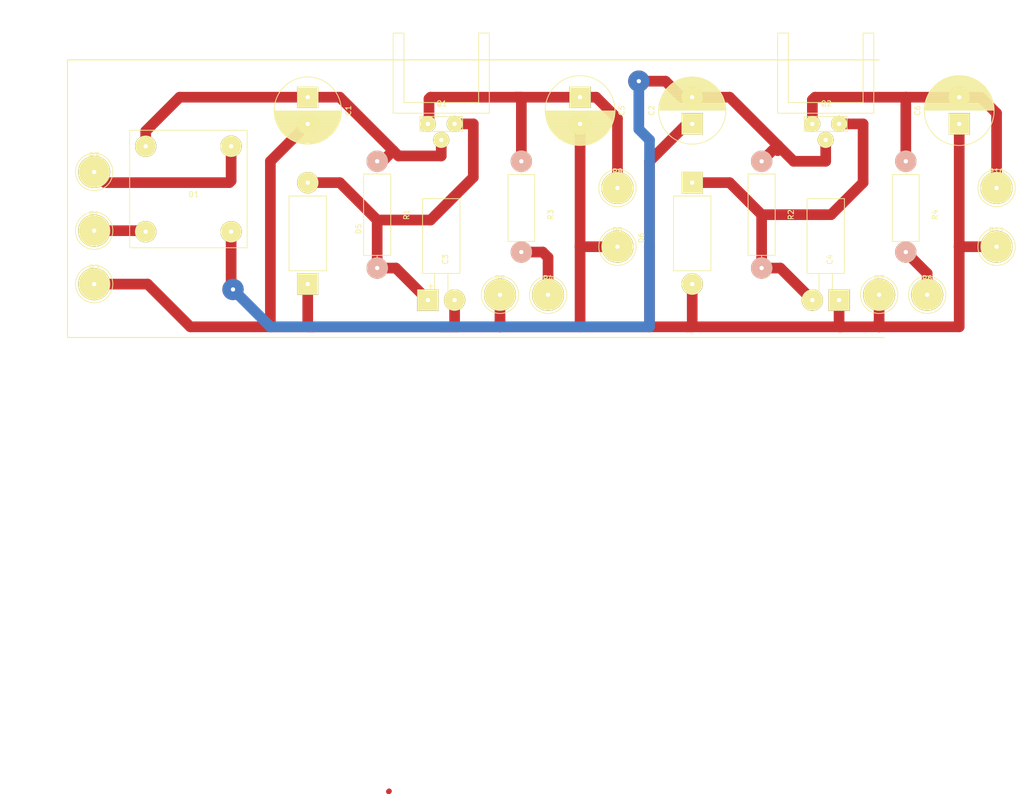
<source format=kicad_pcb>
(kicad_pcb (version 4) (host pcbnew 4.0.2+e4-6225~38~ubuntu14.04.1-stable)

  (general
    (links 34)
    (no_connects 0)
    (area 87.591667 74.424999 267.408334 218.040002)
    (thickness 1.6)
    (drawings 8)
    (tracks 119)
    (zones 0)
    (modules 26)
    (nets 12)
  )

  (page A4)
  (layers
    (0 F.Cu signal)
    (31 B.Cu signal)
    (32 B.Adhes user)
    (33 F.Adhes user)
    (34 B.Paste user)
    (35 F.Paste user)
    (36 B.SilkS user)
    (37 F.SilkS user)
    (38 B.Mask user)
    (39 F.Mask user)
    (40 Dwgs.User user)
    (41 Cmts.User user)
    (42 Eco1.User user)
    (43 Eco2.User user)
    (44 Edge.Cuts user)
    (45 Margin user)
    (46 B.CrtYd user)
    (47 F.CrtYd user)
    (48 B.Fab user)
    (49 F.Fab user)
  )

  (setup
    (last_trace_width 2)
    (trace_clearance 0.5)
    (zone_clearance 0.508)
    (zone_45_only no)
    (trace_min 0.2)
    (segment_width 0.2)
    (edge_width 0.1)
    (via_size 4)
    (via_drill 0.8)
    (via_min_size 0.4)
    (via_min_drill 0.3)
    (uvia_size 0.3)
    (uvia_drill 0.1)
    (uvias_allowed no)
    (uvia_min_size 0.2)
    (uvia_min_drill 0.1)
    (pcb_text_width 0.3)
    (pcb_text_size 1.5 1.5)
    (mod_edge_width 0.15)
    (mod_text_size 1 1)
    (mod_text_width 0.15)
    (pad_size 1.5 1.5)
    (pad_drill 0.6)
    (pad_to_mask_clearance 0)
    (aux_axis_origin 140 54)
    (visible_elements FFFFFF7F)
    (pcbplotparams
      (layerselection 0x00030_80000001)
      (usegerberextensions false)
      (excludeedgelayer true)
      (linewidth 0.100000)
      (plotframeref false)
      (viasonmask false)
      (mode 1)
      (useauxorigin false)
      (hpglpennumber 1)
      (hpglpenspeed 20)
      (hpglpendiameter 15)
      (hpglpenoverlay 2)
      (psnegative false)
      (psa4output false)
      (plotreference true)
      (plotvalue true)
      (plotinvisibletext false)
      (padsonsilk false)
      (subtractmaskfromsilk false)
      (outputformat 1)
      (mirror false)
      (drillshape 1)
      (scaleselection 1)
      (outputdirectory ""))
  )

  (net 0 "")
  (net 1 "Net-(C1-Pad2)")
  (net 2 "Net-(C1-Pad1)")
  (net 3 "Net-(C2-Pad2)")
  (net 4 "Net-(C3-Pad1)")
  (net 5 "Net-(C4-Pad2)")
  (net 6 "Net-(C5-Pad1)")
  (net 7 "Net-(C6-Pad2)")
  (net 8 "Net-(D1-Pad2)")
  (net 9 "Net-(D1-Pad4)")
  (net 10 "Net-(P4-Pad1)")
  (net 11 "Net-(P6-Pad1)")

  (net_class Default "This is the default net class."
    (clearance 0.5)
    (trace_width 2)
    (via_dia 4)
    (via_drill 0.8)
    (uvia_dia 0.3)
    (uvia_drill 0.1)
    (add_net "Net-(C1-Pad1)")
    (add_net "Net-(C1-Pad2)")
    (add_net "Net-(C2-Pad2)")
    (add_net "Net-(C3-Pad1)")
    (add_net "Net-(C4-Pad2)")
    (add_net "Net-(C5-Pad1)")
    (add_net "Net-(C6-Pad2)")
    (add_net "Net-(D1-Pad2)")
    (add_net "Net-(D1-Pad4)")
    (add_net "Net-(P4-Pad1)")
    (add_net "Net-(P6-Pad1)")
  )

  (module footprints:Diode_Bridge_22x22 (layer F.Cu) (tedit 57B05145) (tstamp 57B04E98)
    (at 118.65 112.19 180)
    (descr "Single phase bridge rectifier case 16.7x16.7")
    (tags "Diode Bridge")
    (path /57B04E9D)
    (fp_text reference D1 (at 7 7 180) (layer F.SilkS)
      (effects (font (size 1 1) (thickness 0.15)))
    )
    (fp_text value Diode_Bridge (at 8 17 180) (layer F.Fab)
      (effects (font (size 1 1) (thickness 0.15)))
    )
    (fp_line (start 0 -3) (end 19 -3) (layer F.SilkS) (width 0.15))
    (fp_line (start 19 -3) (end 19 19) (layer F.SilkS) (width 0.15))
    (fp_line (start 19 19) (end -3 19) (layer F.SilkS) (width 0.15))
    (fp_line (start -3 19) (end -3 -3) (layer F.SilkS) (width 0.15))
    (fp_line (start -3 -3) (end 0 -3) (layer F.SilkS) (width 0.15))
    (fp_arc (start 12.65 2.2) (end 12.3 1.95) (angle 100) (layer F.Fab) (width 0.2))
    (fp_arc (start 13.25 1.6) (end 13.6 1.85) (angle 100) (layer F.Fab) (width 0.2))
    (fp_arc (start 2.75 13.1) (end 3.1 13.35) (angle 100) (layer F.Fab) (width 0.2))
    (fp_arc (start 2.15 13.7) (end 1.8 13.45) (angle 100) (layer F.Fab) (width 0.2))
    (fp_line (start 12.5 13.5) (end 13.5 13.5) (layer F.Fab) (width 0.2))
    (fp_line (start 13 13) (end 13 14) (layer F.Fab) (width 0.2))
    (fp_line (start 2 2) (end 3 2) (layer F.Fab) (width 0.2))
    (fp_line (start 14.15 10.7) (end 10.8 14.15) (layer F.CrtYd) (width 0.05))
    (fp_line (start 10.8 14.15) (end -3.45 14.15) (layer F.CrtYd) (width 0.05))
    (fp_line (start -3.45 14.15) (end -3.45 -3.45) (layer F.CrtYd) (width 0.05))
    (fp_line (start -3.45 -3.45) (end 14.15 -3.45) (layer F.CrtYd) (width 0.05))
    (fp_line (start 14.15 -3.45) (end 14.15 10.7) (layer F.CrtYd) (width 0.05))
    (pad 1 thru_hole circle (at 0 0 180) (size 4 4) (drill 0.8) (layers *.Cu *.Mask F.SilkS)
      (net 3 "Net-(C2-Pad2)"))
    (pad 2 thru_hole circle (at 0 16 180) (size 4 4) (drill 0.8) (layers *.Cu *.Mask F.SilkS)
      (net 8 "Net-(D1-Pad2)"))
    (pad 3 thru_hole circle (at 16 16 180) (size 4 4) (drill 0.8) (layers *.Cu *.Mask F.SilkS)
      (net 2 "Net-(C1-Pad1)"))
    (pad 4 thru_hole circle (at 16 0 180) (size 4 4) (drill 0.8) (layers *.Cu *.Mask F.SilkS)
      (net 9 "Net-(D1-Pad4)"))
  )

  (module footprints:C_Radial_D12.5_L25_P5_1000u (layer F.Cu) (tedit 57B08560) (tstamp 57A64899)
    (at 205 92 90)
    (descr "Radial Electrolytic Capacitor Diameter 12.5mm x Length 25mm, Pitch 5mm")
    (tags "Electrolytic Capacitor")
    (path /57A63A01)
    (fp_text reference C2 (at 2.5 -7.6 90) (layer F.SilkS)
      (effects (font (size 1 1) (thickness 0.15)))
    )
    (fp_text value 1000u (at 2.5 7.6 90) (layer F.Fab)
      (effects (font (size 1 1) (thickness 0.15)))
    )
    (fp_line (start 2.575 -6.25) (end 2.575 6.25) (layer F.SilkS) (width 0.15))
    (fp_line (start 2.715 -6.246) (end 2.715 6.246) (layer F.SilkS) (width 0.15))
    (fp_line (start 2.855 -6.24) (end 2.855 6.24) (layer F.SilkS) (width 0.15))
    (fp_line (start 2.995 -6.23) (end 2.995 6.23) (layer F.SilkS) (width 0.15))
    (fp_line (start 3.135 -6.218) (end 3.135 6.218) (layer F.SilkS) (width 0.15))
    (fp_line (start 3.275 -6.202) (end 3.275 6.202) (layer F.SilkS) (width 0.15))
    (fp_line (start 3.415 -6.183) (end 3.415 6.183) (layer F.SilkS) (width 0.15))
    (fp_line (start 3.555 -6.16) (end 3.555 6.16) (layer F.SilkS) (width 0.15))
    (fp_line (start 3.695 -6.135) (end 3.695 6.135) (layer F.SilkS) (width 0.15))
    (fp_line (start 3.835 -6.106) (end 3.835 6.106) (layer F.SilkS) (width 0.15))
    (fp_line (start 3.975 -6.073) (end 3.975 -0.521) (layer F.SilkS) (width 0.15))
    (fp_line (start 3.975 0.521) (end 3.975 6.073) (layer F.SilkS) (width 0.15))
    (fp_line (start 4.115 -6.038) (end 4.115 -0.734) (layer F.SilkS) (width 0.15))
    (fp_line (start 4.115 0.734) (end 4.115 6.038) (layer F.SilkS) (width 0.15))
    (fp_line (start 4.255 -5.999) (end 4.255 -0.876) (layer F.SilkS) (width 0.15))
    (fp_line (start 4.255 0.876) (end 4.255 5.999) (layer F.SilkS) (width 0.15))
    (fp_line (start 4.395 -5.956) (end 4.395 -0.978) (layer F.SilkS) (width 0.15))
    (fp_line (start 4.395 0.978) (end 4.395 5.956) (layer F.SilkS) (width 0.15))
    (fp_line (start 4.535 -5.909) (end 4.535 -1.052) (layer F.SilkS) (width 0.15))
    (fp_line (start 4.535 1.052) (end 4.535 5.909) (layer F.SilkS) (width 0.15))
    (fp_line (start 4.675 -5.859) (end 4.675 -1.103) (layer F.SilkS) (width 0.15))
    (fp_line (start 4.675 1.103) (end 4.675 5.859) (layer F.SilkS) (width 0.15))
    (fp_line (start 4.815 -5.805) (end 4.815 -1.135) (layer F.SilkS) (width 0.15))
    (fp_line (start 4.815 1.135) (end 4.815 5.805) (layer F.SilkS) (width 0.15))
    (fp_line (start 4.955 -5.748) (end 4.955 -1.149) (layer F.SilkS) (width 0.15))
    (fp_line (start 4.955 1.149) (end 4.955 5.748) (layer F.SilkS) (width 0.15))
    (fp_line (start 5.095 -5.686) (end 5.095 -1.146) (layer F.SilkS) (width 0.15))
    (fp_line (start 5.095 1.146) (end 5.095 5.686) (layer F.SilkS) (width 0.15))
    (fp_line (start 5.235 -5.62) (end 5.235 -1.126) (layer F.SilkS) (width 0.15))
    (fp_line (start 5.235 1.126) (end 5.235 5.62) (layer F.SilkS) (width 0.15))
    (fp_line (start 5.375 -5.549) (end 5.375 -1.087) (layer F.SilkS) (width 0.15))
    (fp_line (start 5.375 1.087) (end 5.375 5.549) (layer F.SilkS) (width 0.15))
    (fp_line (start 5.515 -5.475) (end 5.515 -1.028) (layer F.SilkS) (width 0.15))
    (fp_line (start 5.515 1.028) (end 5.515 5.475) (layer F.SilkS) (width 0.15))
    (fp_line (start 5.655 -5.395) (end 5.655 -0.945) (layer F.SilkS) (width 0.15))
    (fp_line (start 5.655 0.945) (end 5.655 5.395) (layer F.SilkS) (width 0.15))
    (fp_line (start 5.795 -5.311) (end 5.795 -0.831) (layer F.SilkS) (width 0.15))
    (fp_line (start 5.795 0.831) (end 5.795 5.311) (layer F.SilkS) (width 0.15))
    (fp_line (start 5.935 -5.221) (end 5.935 -0.67) (layer F.SilkS) (width 0.15))
    (fp_line (start 5.935 0.67) (end 5.935 5.221) (layer F.SilkS) (width 0.15))
    (fp_line (start 6.075 -5.127) (end 6.075 -0.409) (layer F.SilkS) (width 0.15))
    (fp_line (start 6.075 0.409) (end 6.075 5.127) (layer F.SilkS) (width 0.15))
    (fp_line (start 6.215 -5.026) (end 6.215 5.026) (layer F.SilkS) (width 0.15))
    (fp_line (start 6.355 -4.919) (end 6.355 4.919) (layer F.SilkS) (width 0.15))
    (fp_line (start 6.495 -4.807) (end 6.495 4.807) (layer F.SilkS) (width 0.15))
    (fp_line (start 6.635 -4.687) (end 6.635 4.687) (layer F.SilkS) (width 0.15))
    (fp_line (start 6.775 -4.559) (end 6.775 4.559) (layer F.SilkS) (width 0.15))
    (fp_line (start 6.915 -4.424) (end 6.915 4.424) (layer F.SilkS) (width 0.15))
    (fp_line (start 7.055 -4.28) (end 7.055 4.28) (layer F.SilkS) (width 0.15))
    (fp_line (start 7.195 -4.125) (end 7.195 4.125) (layer F.SilkS) (width 0.15))
    (fp_line (start 7.335 -3.96) (end 7.335 3.96) (layer F.SilkS) (width 0.15))
    (fp_line (start 7.475 -3.783) (end 7.475 3.783) (layer F.SilkS) (width 0.15))
    (fp_line (start 7.615 -3.592) (end 7.615 3.592) (layer F.SilkS) (width 0.15))
    (fp_line (start 7.755 -3.383) (end 7.755 3.383) (layer F.SilkS) (width 0.15))
    (fp_line (start 7.895 -3.155) (end 7.895 3.155) (layer F.SilkS) (width 0.15))
    (fp_line (start 8.035 -2.903) (end 8.035 2.903) (layer F.SilkS) (width 0.15))
    (fp_line (start 8.175 -2.619) (end 8.175 2.619) (layer F.SilkS) (width 0.15))
    (fp_line (start 8.315 -2.291) (end 8.315 2.291) (layer F.SilkS) (width 0.15))
    (fp_line (start 8.455 -1.897) (end 8.455 1.897) (layer F.SilkS) (width 0.15))
    (fp_line (start 8.595 -1.383) (end 8.595 1.383) (layer F.SilkS) (width 0.15))
    (fp_line (start 8.735 -0.433) (end 8.735 0.433) (layer F.SilkS) (width 0.15))
    (fp_circle (center 5 0) (end 5 -1.15) (layer F.SilkS) (width 0.15))
    (fp_circle (center 2.5 0) (end 2.5 -6.2875) (layer F.SilkS) (width 0.15))
    (fp_circle (center 2.5 0) (end 2.5 -6.6) (layer F.CrtYd) (width 0.05))
    (pad 2 thru_hole circle (at 5 0 90) (size 4 4) (drill 0.8) (layers *.Cu *.Mask F.SilkS)
      (net 3 "Net-(C2-Pad2)"))
    (pad 1 thru_hole rect (at 0 0 90) (size 4 4) (drill 0.8) (layers *.Cu *.Mask F.SilkS)
      (net 1 "Net-(C1-Pad2)"))
    (model Capacitors_ThroughHole.3dshapes/C_Radial_D12.5_L25_P5.wrl
      (at (xyz 0 0 0))
      (scale (xyz 1 1 1))
      (rotate (xyz 0 0 0))
    )
  )

  (module footprints:C_Radial_D12.5_L25_P5_1000u (layer F.Cu) (tedit 57B08560) (tstamp 57A64893)
    (at 133 87 270)
    (descr "Radial Electrolytic Capacitor Diameter 12.5mm x Length 25mm, Pitch 5mm")
    (tags "Electrolytic Capacitor")
    (path /57A63A1F)
    (fp_text reference C1 (at 2.5 -7.6 270) (layer F.SilkS)
      (effects (font (size 1 1) (thickness 0.15)))
    )
    (fp_text value 1000u (at 2.5 7.6 270) (layer F.Fab)
      (effects (font (size 1 1) (thickness 0.15)))
    )
    (fp_line (start 2.575 -6.25) (end 2.575 6.25) (layer F.SilkS) (width 0.15))
    (fp_line (start 2.715 -6.246) (end 2.715 6.246) (layer F.SilkS) (width 0.15))
    (fp_line (start 2.855 -6.24) (end 2.855 6.24) (layer F.SilkS) (width 0.15))
    (fp_line (start 2.995 -6.23) (end 2.995 6.23) (layer F.SilkS) (width 0.15))
    (fp_line (start 3.135 -6.218) (end 3.135 6.218) (layer F.SilkS) (width 0.15))
    (fp_line (start 3.275 -6.202) (end 3.275 6.202) (layer F.SilkS) (width 0.15))
    (fp_line (start 3.415 -6.183) (end 3.415 6.183) (layer F.SilkS) (width 0.15))
    (fp_line (start 3.555 -6.16) (end 3.555 6.16) (layer F.SilkS) (width 0.15))
    (fp_line (start 3.695 -6.135) (end 3.695 6.135) (layer F.SilkS) (width 0.15))
    (fp_line (start 3.835 -6.106) (end 3.835 6.106) (layer F.SilkS) (width 0.15))
    (fp_line (start 3.975 -6.073) (end 3.975 -0.521) (layer F.SilkS) (width 0.15))
    (fp_line (start 3.975 0.521) (end 3.975 6.073) (layer F.SilkS) (width 0.15))
    (fp_line (start 4.115 -6.038) (end 4.115 -0.734) (layer F.SilkS) (width 0.15))
    (fp_line (start 4.115 0.734) (end 4.115 6.038) (layer F.SilkS) (width 0.15))
    (fp_line (start 4.255 -5.999) (end 4.255 -0.876) (layer F.SilkS) (width 0.15))
    (fp_line (start 4.255 0.876) (end 4.255 5.999) (layer F.SilkS) (width 0.15))
    (fp_line (start 4.395 -5.956) (end 4.395 -0.978) (layer F.SilkS) (width 0.15))
    (fp_line (start 4.395 0.978) (end 4.395 5.956) (layer F.SilkS) (width 0.15))
    (fp_line (start 4.535 -5.909) (end 4.535 -1.052) (layer F.SilkS) (width 0.15))
    (fp_line (start 4.535 1.052) (end 4.535 5.909) (layer F.SilkS) (width 0.15))
    (fp_line (start 4.675 -5.859) (end 4.675 -1.103) (layer F.SilkS) (width 0.15))
    (fp_line (start 4.675 1.103) (end 4.675 5.859) (layer F.SilkS) (width 0.15))
    (fp_line (start 4.815 -5.805) (end 4.815 -1.135) (layer F.SilkS) (width 0.15))
    (fp_line (start 4.815 1.135) (end 4.815 5.805) (layer F.SilkS) (width 0.15))
    (fp_line (start 4.955 -5.748) (end 4.955 -1.149) (layer F.SilkS) (width 0.15))
    (fp_line (start 4.955 1.149) (end 4.955 5.748) (layer F.SilkS) (width 0.15))
    (fp_line (start 5.095 -5.686) (end 5.095 -1.146) (layer F.SilkS) (width 0.15))
    (fp_line (start 5.095 1.146) (end 5.095 5.686) (layer F.SilkS) (width 0.15))
    (fp_line (start 5.235 -5.62) (end 5.235 -1.126) (layer F.SilkS) (width 0.15))
    (fp_line (start 5.235 1.126) (end 5.235 5.62) (layer F.SilkS) (width 0.15))
    (fp_line (start 5.375 -5.549) (end 5.375 -1.087) (layer F.SilkS) (width 0.15))
    (fp_line (start 5.375 1.087) (end 5.375 5.549) (layer F.SilkS) (width 0.15))
    (fp_line (start 5.515 -5.475) (end 5.515 -1.028) (layer F.SilkS) (width 0.15))
    (fp_line (start 5.515 1.028) (end 5.515 5.475) (layer F.SilkS) (width 0.15))
    (fp_line (start 5.655 -5.395) (end 5.655 -0.945) (layer F.SilkS) (width 0.15))
    (fp_line (start 5.655 0.945) (end 5.655 5.395) (layer F.SilkS) (width 0.15))
    (fp_line (start 5.795 -5.311) (end 5.795 -0.831) (layer F.SilkS) (width 0.15))
    (fp_line (start 5.795 0.831) (end 5.795 5.311) (layer F.SilkS) (width 0.15))
    (fp_line (start 5.935 -5.221) (end 5.935 -0.67) (layer F.SilkS) (width 0.15))
    (fp_line (start 5.935 0.67) (end 5.935 5.221) (layer F.SilkS) (width 0.15))
    (fp_line (start 6.075 -5.127) (end 6.075 -0.409) (layer F.SilkS) (width 0.15))
    (fp_line (start 6.075 0.409) (end 6.075 5.127) (layer F.SilkS) (width 0.15))
    (fp_line (start 6.215 -5.026) (end 6.215 5.026) (layer F.SilkS) (width 0.15))
    (fp_line (start 6.355 -4.919) (end 6.355 4.919) (layer F.SilkS) (width 0.15))
    (fp_line (start 6.495 -4.807) (end 6.495 4.807) (layer F.SilkS) (width 0.15))
    (fp_line (start 6.635 -4.687) (end 6.635 4.687) (layer F.SilkS) (width 0.15))
    (fp_line (start 6.775 -4.559) (end 6.775 4.559) (layer F.SilkS) (width 0.15))
    (fp_line (start 6.915 -4.424) (end 6.915 4.424) (layer F.SilkS) (width 0.15))
    (fp_line (start 7.055 -4.28) (end 7.055 4.28) (layer F.SilkS) (width 0.15))
    (fp_line (start 7.195 -4.125) (end 7.195 4.125) (layer F.SilkS) (width 0.15))
    (fp_line (start 7.335 -3.96) (end 7.335 3.96) (layer F.SilkS) (width 0.15))
    (fp_line (start 7.475 -3.783) (end 7.475 3.783) (layer F.SilkS) (width 0.15))
    (fp_line (start 7.615 -3.592) (end 7.615 3.592) (layer F.SilkS) (width 0.15))
    (fp_line (start 7.755 -3.383) (end 7.755 3.383) (layer F.SilkS) (width 0.15))
    (fp_line (start 7.895 -3.155) (end 7.895 3.155) (layer F.SilkS) (width 0.15))
    (fp_line (start 8.035 -2.903) (end 8.035 2.903) (layer F.SilkS) (width 0.15))
    (fp_line (start 8.175 -2.619) (end 8.175 2.619) (layer F.SilkS) (width 0.15))
    (fp_line (start 8.315 -2.291) (end 8.315 2.291) (layer F.SilkS) (width 0.15))
    (fp_line (start 8.455 -1.897) (end 8.455 1.897) (layer F.SilkS) (width 0.15))
    (fp_line (start 8.595 -1.383) (end 8.595 1.383) (layer F.SilkS) (width 0.15))
    (fp_line (start 8.735 -0.433) (end 8.735 0.433) (layer F.SilkS) (width 0.15))
    (fp_circle (center 5 0) (end 5 -1.15) (layer F.SilkS) (width 0.15))
    (fp_circle (center 2.5 0) (end 2.5 -6.2875) (layer F.SilkS) (width 0.15))
    (fp_circle (center 2.5 0) (end 2.5 -6.6) (layer F.CrtYd) (width 0.05))
    (pad 2 thru_hole circle (at 5 0 270) (size 4 4) (drill 0.8) (layers *.Cu *.Mask F.SilkS)
      (net 1 "Net-(C1-Pad2)"))
    (pad 1 thru_hole rect (at 0 0 270) (size 4 4) (drill 0.8) (layers *.Cu *.Mask F.SilkS)
      (net 2 "Net-(C1-Pad1)"))
    (model Capacitors_ThroughHole.3dshapes/C_Radial_D12.5_L25_P5.wrl
      (at (xyz 0 0 0))
      (scale (xyz 1 1 1))
      (rotate (xyz 0 0 0))
    )
  )

  (module footprints:C_Radial_D13_L21_P5_470u (layer F.Cu) (tedit 57B085E5) (tstamp 57A648AB)
    (at 184 87 270)
    (descr "Radial Electrolytic Capacitor 13mm x Length 21mm, Pitch 5mm")
    (tags "Electrolytic Capacitor")
    (path /57A63A2E)
    (fp_text reference C5 (at 2.5 -7.8 270) (layer F.SilkS)
      (effects (font (size 1 1) (thickness 0.15)))
    )
    (fp_text value 470u (at 2.5 7.8 270) (layer F.Fab)
      (effects (font (size 1 1) (thickness 0.15)))
    )
    (fp_line (start 2.575 -6.5) (end 2.575 6.5) (layer F.SilkS) (width 0.15))
    (fp_line (start 2.715 -6.496) (end 2.715 6.496) (layer F.SilkS) (width 0.15))
    (fp_line (start 2.855 -6.49) (end 2.855 6.49) (layer F.SilkS) (width 0.15))
    (fp_line (start 2.995 -6.481) (end 2.995 6.481) (layer F.SilkS) (width 0.15))
    (fp_line (start 3.135 -6.469) (end 3.135 6.469) (layer F.SilkS) (width 0.15))
    (fp_line (start 3.275 -6.454) (end 3.275 6.454) (layer F.SilkS) (width 0.15))
    (fp_line (start 3.415 -6.435) (end 3.415 6.435) (layer F.SilkS) (width 0.15))
    (fp_line (start 3.555 -6.414) (end 3.555 6.414) (layer F.SilkS) (width 0.15))
    (fp_line (start 3.695 -6.389) (end 3.695 6.389) (layer F.SilkS) (width 0.15))
    (fp_line (start 3.835 -6.361) (end 3.835 6.361) (layer F.SilkS) (width 0.15))
    (fp_line (start 3.975 -6.33) (end 3.975 6.33) (layer F.SilkS) (width 0.15))
    (fp_line (start 4.115 -6.296) (end 4.115 -0.466) (layer F.SilkS) (width 0.15))
    (fp_line (start 4.115 0.466) (end 4.115 6.296) (layer F.SilkS) (width 0.15))
    (fp_line (start 4.255 -6.259) (end 4.255 -0.667) (layer F.SilkS) (width 0.15))
    (fp_line (start 4.255 0.667) (end 4.255 6.259) (layer F.SilkS) (width 0.15))
    (fp_line (start 4.395 -6.218) (end 4.395 -0.796) (layer F.SilkS) (width 0.15))
    (fp_line (start 4.395 0.796) (end 4.395 6.218) (layer F.SilkS) (width 0.15))
    (fp_line (start 4.535 -6.173) (end 4.535 -0.885) (layer F.SilkS) (width 0.15))
    (fp_line (start 4.535 0.885) (end 4.535 6.173) (layer F.SilkS) (width 0.15))
    (fp_line (start 4.675 -6.125) (end 4.675 -0.946) (layer F.SilkS) (width 0.15))
    (fp_line (start 4.675 0.946) (end 4.675 6.125) (layer F.SilkS) (width 0.15))
    (fp_line (start 4.815 -6.074) (end 4.815 -0.983) (layer F.SilkS) (width 0.15))
    (fp_line (start 4.815 0.983) (end 4.815 6.074) (layer F.SilkS) (width 0.15))
    (fp_line (start 4.955 -6.019) (end 4.955 -0.999) (layer F.SilkS) (width 0.15))
    (fp_line (start 4.955 0.999) (end 4.955 6.019) (layer F.SilkS) (width 0.15))
    (fp_line (start 5.095 -5.96) (end 5.095 -0.995) (layer F.SilkS) (width 0.15))
    (fp_line (start 5.095 0.995) (end 5.095 5.96) (layer F.SilkS) (width 0.15))
    (fp_line (start 5.235 -5.897) (end 5.235 -0.972) (layer F.SilkS) (width 0.15))
    (fp_line (start 5.235 0.972) (end 5.235 5.897) (layer F.SilkS) (width 0.15))
    (fp_line (start 5.375 -5.83) (end 5.375 -0.927) (layer F.SilkS) (width 0.15))
    (fp_line (start 5.375 0.927) (end 5.375 5.83) (layer F.SilkS) (width 0.15))
    (fp_line (start 5.515 -5.758) (end 5.515 -0.857) (layer F.SilkS) (width 0.15))
    (fp_line (start 5.515 0.857) (end 5.515 5.758) (layer F.SilkS) (width 0.15))
    (fp_line (start 5.655 -5.683) (end 5.655 -0.756) (layer F.SilkS) (width 0.15))
    (fp_line (start 5.655 0.756) (end 5.655 5.683) (layer F.SilkS) (width 0.15))
    (fp_line (start 5.795 -5.603) (end 5.795 -0.607) (layer F.SilkS) (width 0.15))
    (fp_line (start 5.795 0.607) (end 5.795 5.603) (layer F.SilkS) (width 0.15))
    (fp_line (start 5.935 -5.518) (end 5.935 -0.355) (layer F.SilkS) (width 0.15))
    (fp_line (start 5.935 0.355) (end 5.935 5.518) (layer F.SilkS) (width 0.15))
    (fp_line (start 6.075 -5.429) (end 6.075 5.429) (layer F.SilkS) (width 0.15))
    (fp_line (start 6.215 -5.334) (end 6.215 5.334) (layer F.SilkS) (width 0.15))
    (fp_line (start 6.355 -5.233) (end 6.355 5.233) (layer F.SilkS) (width 0.15))
    (fp_line (start 6.495 -5.127) (end 6.495 5.127) (layer F.SilkS) (width 0.15))
    (fp_line (start 6.635 -5.015) (end 6.635 5.015) (layer F.SilkS) (width 0.15))
    (fp_line (start 6.775 -4.896) (end 6.775 4.896) (layer F.SilkS) (width 0.15))
    (fp_line (start 6.915 -4.771) (end 6.915 4.771) (layer F.SilkS) (width 0.15))
    (fp_line (start 7.055 -4.637) (end 7.055 4.637) (layer F.SilkS) (width 0.15))
    (fp_line (start 7.195 -4.495) (end 7.195 4.495) (layer F.SilkS) (width 0.15))
    (fp_line (start 7.335 -4.344) (end 7.335 4.344) (layer F.SilkS) (width 0.15))
    (fp_line (start 7.475 -4.183) (end 7.475 4.183) (layer F.SilkS) (width 0.15))
    (fp_line (start 7.615 -4.011) (end 7.615 4.011) (layer F.SilkS) (width 0.15))
    (fp_line (start 7.755 -3.826) (end 7.755 3.826) (layer F.SilkS) (width 0.15))
    (fp_line (start 7.895 -3.625) (end 7.895 3.625) (layer F.SilkS) (width 0.15))
    (fp_line (start 8.035 -3.408) (end 8.035 3.408) (layer F.SilkS) (width 0.15))
    (fp_line (start 8.175 -3.169) (end 8.175 3.169) (layer F.SilkS) (width 0.15))
    (fp_line (start 8.315 -2.904) (end 8.315 2.904) (layer F.SilkS) (width 0.15))
    (fp_line (start 8.455 -2.605) (end 8.455 2.605) (layer F.SilkS) (width 0.15))
    (fp_line (start 8.595 -2.259) (end 8.595 2.259) (layer F.SilkS) (width 0.15))
    (fp_line (start 8.735 -1.837) (end 8.735 1.837) (layer F.SilkS) (width 0.15))
    (fp_line (start 8.875 -1.269) (end 8.875 1.269) (layer F.SilkS) (width 0.15))
    (fp_circle (center 5 0) (end 5 -1) (layer F.SilkS) (width 0.15))
    (fp_circle (center 2.5 0) (end 2.5 -6.5375) (layer F.SilkS) (width 0.15))
    (fp_circle (center 2.5 0) (end 2.5 -6.8) (layer F.CrtYd) (width 0.05))
    (pad 1 thru_hole rect (at 0 0 270) (size 4 4) (drill 0.8) (layers *.Cu *.Mask F.SilkS)
      (net 6 "Net-(C5-Pad1)"))
    (pad 2 thru_hole circle (at 5 0 270) (size 4 4) (drill 0.8) (layers *.Cu *.Mask F.SilkS)
      (net 1 "Net-(C1-Pad2)"))
    (model Capacitors_ThroughHole.3dshapes/C_Radial_D13_L21_P5.wrl
      (at (xyz 0.0984252 0 0))
      (scale (xyz 1 1 1))
      (rotate (xyz 0 0 90))
    )
  )

  (module footprints:C_Radial_D13_L21_P5_470u (layer F.Cu) (tedit 57B085E5) (tstamp 57A648B1)
    (at 255 92 90)
    (descr "Radial Electrolytic Capacitor 13mm x Length 21mm, Pitch 5mm")
    (tags "Electrolytic Capacitor")
    (path /57A63A3D)
    (fp_text reference C6 (at 2.5 -7.8 90) (layer F.SilkS)
      (effects (font (size 1 1) (thickness 0.15)))
    )
    (fp_text value 470u (at 2.5 7.8 90) (layer F.Fab)
      (effects (font (size 1 1) (thickness 0.15)))
    )
    (fp_line (start 2.575 -6.5) (end 2.575 6.5) (layer F.SilkS) (width 0.15))
    (fp_line (start 2.715 -6.496) (end 2.715 6.496) (layer F.SilkS) (width 0.15))
    (fp_line (start 2.855 -6.49) (end 2.855 6.49) (layer F.SilkS) (width 0.15))
    (fp_line (start 2.995 -6.481) (end 2.995 6.481) (layer F.SilkS) (width 0.15))
    (fp_line (start 3.135 -6.469) (end 3.135 6.469) (layer F.SilkS) (width 0.15))
    (fp_line (start 3.275 -6.454) (end 3.275 6.454) (layer F.SilkS) (width 0.15))
    (fp_line (start 3.415 -6.435) (end 3.415 6.435) (layer F.SilkS) (width 0.15))
    (fp_line (start 3.555 -6.414) (end 3.555 6.414) (layer F.SilkS) (width 0.15))
    (fp_line (start 3.695 -6.389) (end 3.695 6.389) (layer F.SilkS) (width 0.15))
    (fp_line (start 3.835 -6.361) (end 3.835 6.361) (layer F.SilkS) (width 0.15))
    (fp_line (start 3.975 -6.33) (end 3.975 6.33) (layer F.SilkS) (width 0.15))
    (fp_line (start 4.115 -6.296) (end 4.115 -0.466) (layer F.SilkS) (width 0.15))
    (fp_line (start 4.115 0.466) (end 4.115 6.296) (layer F.SilkS) (width 0.15))
    (fp_line (start 4.255 -6.259) (end 4.255 -0.667) (layer F.SilkS) (width 0.15))
    (fp_line (start 4.255 0.667) (end 4.255 6.259) (layer F.SilkS) (width 0.15))
    (fp_line (start 4.395 -6.218) (end 4.395 -0.796) (layer F.SilkS) (width 0.15))
    (fp_line (start 4.395 0.796) (end 4.395 6.218) (layer F.SilkS) (width 0.15))
    (fp_line (start 4.535 -6.173) (end 4.535 -0.885) (layer F.SilkS) (width 0.15))
    (fp_line (start 4.535 0.885) (end 4.535 6.173) (layer F.SilkS) (width 0.15))
    (fp_line (start 4.675 -6.125) (end 4.675 -0.946) (layer F.SilkS) (width 0.15))
    (fp_line (start 4.675 0.946) (end 4.675 6.125) (layer F.SilkS) (width 0.15))
    (fp_line (start 4.815 -6.074) (end 4.815 -0.983) (layer F.SilkS) (width 0.15))
    (fp_line (start 4.815 0.983) (end 4.815 6.074) (layer F.SilkS) (width 0.15))
    (fp_line (start 4.955 -6.019) (end 4.955 -0.999) (layer F.SilkS) (width 0.15))
    (fp_line (start 4.955 0.999) (end 4.955 6.019) (layer F.SilkS) (width 0.15))
    (fp_line (start 5.095 -5.96) (end 5.095 -0.995) (layer F.SilkS) (width 0.15))
    (fp_line (start 5.095 0.995) (end 5.095 5.96) (layer F.SilkS) (width 0.15))
    (fp_line (start 5.235 -5.897) (end 5.235 -0.972) (layer F.SilkS) (width 0.15))
    (fp_line (start 5.235 0.972) (end 5.235 5.897) (layer F.SilkS) (width 0.15))
    (fp_line (start 5.375 -5.83) (end 5.375 -0.927) (layer F.SilkS) (width 0.15))
    (fp_line (start 5.375 0.927) (end 5.375 5.83) (layer F.SilkS) (width 0.15))
    (fp_line (start 5.515 -5.758) (end 5.515 -0.857) (layer F.SilkS) (width 0.15))
    (fp_line (start 5.515 0.857) (end 5.515 5.758) (layer F.SilkS) (width 0.15))
    (fp_line (start 5.655 -5.683) (end 5.655 -0.756) (layer F.SilkS) (width 0.15))
    (fp_line (start 5.655 0.756) (end 5.655 5.683) (layer F.SilkS) (width 0.15))
    (fp_line (start 5.795 -5.603) (end 5.795 -0.607) (layer F.SilkS) (width 0.15))
    (fp_line (start 5.795 0.607) (end 5.795 5.603) (layer F.SilkS) (width 0.15))
    (fp_line (start 5.935 -5.518) (end 5.935 -0.355) (layer F.SilkS) (width 0.15))
    (fp_line (start 5.935 0.355) (end 5.935 5.518) (layer F.SilkS) (width 0.15))
    (fp_line (start 6.075 -5.429) (end 6.075 5.429) (layer F.SilkS) (width 0.15))
    (fp_line (start 6.215 -5.334) (end 6.215 5.334) (layer F.SilkS) (width 0.15))
    (fp_line (start 6.355 -5.233) (end 6.355 5.233) (layer F.SilkS) (width 0.15))
    (fp_line (start 6.495 -5.127) (end 6.495 5.127) (layer F.SilkS) (width 0.15))
    (fp_line (start 6.635 -5.015) (end 6.635 5.015) (layer F.SilkS) (width 0.15))
    (fp_line (start 6.775 -4.896) (end 6.775 4.896) (layer F.SilkS) (width 0.15))
    (fp_line (start 6.915 -4.771) (end 6.915 4.771) (layer F.SilkS) (width 0.15))
    (fp_line (start 7.055 -4.637) (end 7.055 4.637) (layer F.SilkS) (width 0.15))
    (fp_line (start 7.195 -4.495) (end 7.195 4.495) (layer F.SilkS) (width 0.15))
    (fp_line (start 7.335 -4.344) (end 7.335 4.344) (layer F.SilkS) (width 0.15))
    (fp_line (start 7.475 -4.183) (end 7.475 4.183) (layer F.SilkS) (width 0.15))
    (fp_line (start 7.615 -4.011) (end 7.615 4.011) (layer F.SilkS) (width 0.15))
    (fp_line (start 7.755 -3.826) (end 7.755 3.826) (layer F.SilkS) (width 0.15))
    (fp_line (start 7.895 -3.625) (end 7.895 3.625) (layer F.SilkS) (width 0.15))
    (fp_line (start 8.035 -3.408) (end 8.035 3.408) (layer F.SilkS) (width 0.15))
    (fp_line (start 8.175 -3.169) (end 8.175 3.169) (layer F.SilkS) (width 0.15))
    (fp_line (start 8.315 -2.904) (end 8.315 2.904) (layer F.SilkS) (width 0.15))
    (fp_line (start 8.455 -2.605) (end 8.455 2.605) (layer F.SilkS) (width 0.15))
    (fp_line (start 8.595 -2.259) (end 8.595 2.259) (layer F.SilkS) (width 0.15))
    (fp_line (start 8.735 -1.837) (end 8.735 1.837) (layer F.SilkS) (width 0.15))
    (fp_line (start 8.875 -1.269) (end 8.875 1.269) (layer F.SilkS) (width 0.15))
    (fp_circle (center 5 0) (end 5 -1) (layer F.SilkS) (width 0.15))
    (fp_circle (center 2.5 0) (end 2.5 -6.5375) (layer F.SilkS) (width 0.15))
    (fp_circle (center 2.5 0) (end 2.5 -6.8) (layer F.CrtYd) (width 0.05))
    (pad 1 thru_hole rect (at 0 0 90) (size 4 4) (drill 0.8) (layers *.Cu *.Mask F.SilkS)
      (net 1 "Net-(C1-Pad2)"))
    (pad 2 thru_hole circle (at 5 0 90) (size 4 4) (drill 0.8) (layers *.Cu *.Mask F.SilkS)
      (net 7 "Net-(C6-Pad2)"))
    (model Capacitors_ThroughHole.3dshapes/C_Radial_D13_L21_P5.wrl
      (at (xyz 0.0984252 0 0))
      (scale (xyz 1 1 1))
      (rotate (xyz 0 0 90))
    )
  )

  (module footprints:SOT126_SOT32_Housing_Vertical_KT81x (layer F.Cu) (tedit 57B08C1E) (tstamp 57A648F6)
    (at 158 92)
    (descr "SOT126, SOT32, Housing, Vertical,")
    (tags "SOT126, SOT32, Housing, Vertical,")
    (path /57A63A88)
    (fp_text reference Q1 (at 0.09906 -3.79984) (layer F.SilkS)
      (effects (font (size 1 1) (thickness 0.15)))
    )
    (fp_text value KT815 (at 0.70104 4.30022) (layer F.Fab)
      (effects (font (size 1 1) (thickness 0.15)))
    )
    (fp_line (start 0 -2) (end -9 -2) (layer F.SilkS) (width 0.15))
    (fp_line (start -9 -2) (end -9 -17) (layer F.SilkS) (width 0.15))
    (fp_line (start -9 -17) (end -7 -17) (layer F.SilkS) (width 0.15))
    (fp_line (start -7 -17) (end -7 -4) (layer F.SilkS) (width 0.15))
    (fp_line (start -7 -4) (end 7 -4) (layer F.SilkS) (width 0.15))
    (fp_line (start 0 -2) (end 9 -2) (layer F.SilkS) (width 0.15))
    (fp_line (start 9 -2) (end 9 -17) (layer F.SilkS) (width 0.15))
    (fp_line (start 9 -17) (end 7 -17) (layer F.SilkS) (width 0.15))
    (fp_line (start 7 -17) (end 7 -4) (layer F.SilkS) (width 0.15))
    (fp_line (start -4.0005 0.8001) (end -3.50012 1.39954) (layer F.SilkS) (width 0.15))
    (fp_line (start -4.0005 1.39954) (end 4.0005 1.39954) (layer F.SilkS) (width 0.15))
    (fp_line (start -4.0005 -1.39954) (end 4.0005 -1.39954) (layer F.SilkS) (width 0.15))
    (fp_line (start -4.0005 -1.39954) (end -4.0005 1.39954) (layer F.SilkS) (width 0.15))
    (fp_line (start 4.0005 -1.39954) (end 4.0005 1.39954) (layer F.SilkS) (width 0.15))
    (pad 2 thru_hole circle (at 2.5 0) (size 3 3) (drill 0.8) (layers *.Cu *.Mask F.SilkS)
      (net 4 "Net-(C3-Pad1)"))
    (pad 1 thru_hole circle (at -2.5 0) (size 3 3) (drill 0.8) (layers *.Cu *.Mask F.SilkS)
      (net 6 "Net-(C5-Pad1)"))
    (pad 3 thru_hole circle (at 0 3) (size 3 3) (drill 0.8) (layers *.Cu *.Mask F.SilkS)
      (net 2 "Net-(C1-Pad1)"))
    (model TO_SOT_Packages_THT.3dshapes/SOT126_SOT32_Housing_Vertical.wrl
      (at (xyz 0 0 0))
      (scale (xyz 0.3937 0.3937 0.3937))
      (rotate (xyz 0 0 0))
    )
  )

  (module footprints:SOT126_SOT32_Housing_Vertical_KT81x (layer F.Cu) (tedit 57B08C1E) (tstamp 57A648FD)
    (at 230 92)
    (descr "SOT126, SOT32, Housing, Vertical,")
    (tags "SOT126, SOT32, Housing, Vertical,")
    (path /57A63A97)
    (fp_text reference Q2 (at 0.09906 -3.79984) (layer F.SilkS)
      (effects (font (size 1 1) (thickness 0.15)))
    )
    (fp_text value KT814 (at 0.70104 4.30022) (layer F.Fab)
      (effects (font (size 1 1) (thickness 0.15)))
    )
    (fp_line (start 0 -2) (end -9 -2) (layer F.SilkS) (width 0.15))
    (fp_line (start -9 -2) (end -9 -17) (layer F.SilkS) (width 0.15))
    (fp_line (start -9 -17) (end -7 -17) (layer F.SilkS) (width 0.15))
    (fp_line (start -7 -17) (end -7 -4) (layer F.SilkS) (width 0.15))
    (fp_line (start -7 -4) (end 7 -4) (layer F.SilkS) (width 0.15))
    (fp_line (start 0 -2) (end 9 -2) (layer F.SilkS) (width 0.15))
    (fp_line (start 9 -2) (end 9 -17) (layer F.SilkS) (width 0.15))
    (fp_line (start 9 -17) (end 7 -17) (layer F.SilkS) (width 0.15))
    (fp_line (start 7 -17) (end 7 -4) (layer F.SilkS) (width 0.15))
    (fp_line (start -4.0005 0.8001) (end -3.50012 1.39954) (layer F.SilkS) (width 0.15))
    (fp_line (start -4.0005 1.39954) (end 4.0005 1.39954) (layer F.SilkS) (width 0.15))
    (fp_line (start -4.0005 -1.39954) (end 4.0005 -1.39954) (layer F.SilkS) (width 0.15))
    (fp_line (start -4.0005 -1.39954) (end -4.0005 1.39954) (layer F.SilkS) (width 0.15))
    (fp_line (start 4.0005 -1.39954) (end 4.0005 1.39954) (layer F.SilkS) (width 0.15))
    (pad 2 thru_hole circle (at 2.5 0) (size 3 3) (drill 0.8) (layers *.Cu *.Mask F.SilkS)
      (net 5 "Net-(C4-Pad2)"))
    (pad 1 thru_hole circle (at -2.5 0) (size 3 3) (drill 0.8) (layers *.Cu *.Mask F.SilkS)
      (net 7 "Net-(C6-Pad2)"))
    (pad 3 thru_hole circle (at 0 3) (size 3 3) (drill 0.8) (layers *.Cu *.Mask F.SilkS)
      (net 3 "Net-(C2-Pad2)"))
    (model TO_SOT_Packages_THT.3dshapes/SOT126_SOT32_Housing_Vertical.wrl
      (at (xyz 0 0 0))
      (scale (xyz 0.3937 0.3937 0.3937))
      (rotate (xyz 0 0 0))
    )
  )

  (module footprints:Resistor_Horizontal_RM20mm_0.5W (layer F.Cu) (tedit 57B08CDB) (tstamp 57A64903)
    (at 146 99 270)
    (descr "Resistor, Axial, RM 20mm,")
    (tags "Resistor Axial RM 20mm")
    (path /57A63AA6)
    (fp_text reference R1 (at 10 -5.4991 270) (layer F.SilkS)
      (effects (font (size 1 1) (thickness 0.15)))
    )
    (fp_text value 470 (at 10 5.00126 270) (layer F.Fab)
      (effects (font (size 1 1) (thickness 0.15)))
    )
    (fp_line (start -1.25 2.8) (end -1.25 -2.8) (layer F.CrtYd) (width 0.05))
    (fp_line (start -1.25 -2.8) (end 21.25 -2.8) (layer F.CrtYd) (width 0.05))
    (fp_line (start 21.25 -2.8) (end 21.25 2.8) (layer F.CrtYd) (width 0.05))
    (fp_line (start 21.25 2.8) (end -1.25 2.8) (layer F.CrtYd) (width 0.05))
    (fp_line (start 2.38 -2.54) (end 2.38 2.54) (layer F.SilkS) (width 0.15))
    (fp_line (start 2.38 2.54) (end 17.62 2.54) (layer F.SilkS) (width 0.15))
    (fp_line (start 17.62 2.54) (end 17.62 0) (layer F.SilkS) (width 0.15))
    (fp_line (start 17.62 0) (end 17.62 -2.54) (layer F.SilkS) (width 0.15))
    (fp_line (start 17.62 -2.54) (end 2.38 -2.54) (layer F.SilkS) (width 0.15))
    (fp_line (start 18.73 0) (end 17.62 0) (layer F.SilkS) (width 0.15))
    (fp_line (start 1.27 0) (end 2.38 0) (layer F.SilkS) (width 0.15))
    (pad 1 thru_hole circle (at 0 0 270) (size 4 4) (drill 0.8) (layers *.Cu *.SilkS *.Mask)
      (net 2 "Net-(C1-Pad1)"))
    (pad 2 thru_hole circle (at 20 0 270) (size 4 4) (drill 0.8) (layers *.Cu *.SilkS *.Mask)
      (net 4 "Net-(C3-Pad1)"))
    (model Resistors_ThroughHole.3dshapes/Resistor_Horizontal_RM20mm.wrl
      (at (xyz 0.395 0 0))
      (scale (xyz 0.395 0.4 0.4))
      (rotate (xyz 0 0 0))
    )
  )

  (module footprints:Resistor_Horizontal_RM20mm_0.5W (layer F.Cu) (tedit 57B08CDB) (tstamp 57A64909)
    (at 218 99 270)
    (descr "Resistor, Axial, RM 20mm,")
    (tags "Resistor Axial RM 20mm")
    (path /57A63AB5)
    (fp_text reference R2 (at 10 -5.4991 270) (layer F.SilkS)
      (effects (font (size 1 1) (thickness 0.15)))
    )
    (fp_text value 470 (at 10 5.00126 270) (layer F.Fab)
      (effects (font (size 1 1) (thickness 0.15)))
    )
    (fp_line (start -1.25 2.8) (end -1.25 -2.8) (layer F.CrtYd) (width 0.05))
    (fp_line (start -1.25 -2.8) (end 21.25 -2.8) (layer F.CrtYd) (width 0.05))
    (fp_line (start 21.25 -2.8) (end 21.25 2.8) (layer F.CrtYd) (width 0.05))
    (fp_line (start 21.25 2.8) (end -1.25 2.8) (layer F.CrtYd) (width 0.05))
    (fp_line (start 2.38 -2.54) (end 2.38 2.54) (layer F.SilkS) (width 0.15))
    (fp_line (start 2.38 2.54) (end 17.62 2.54) (layer F.SilkS) (width 0.15))
    (fp_line (start 17.62 2.54) (end 17.62 0) (layer F.SilkS) (width 0.15))
    (fp_line (start 17.62 0) (end 17.62 -2.54) (layer F.SilkS) (width 0.15))
    (fp_line (start 17.62 -2.54) (end 2.38 -2.54) (layer F.SilkS) (width 0.15))
    (fp_line (start 18.73 0) (end 17.62 0) (layer F.SilkS) (width 0.15))
    (fp_line (start 1.27 0) (end 2.38 0) (layer F.SilkS) (width 0.15))
    (pad 1 thru_hole circle (at 0 0 270) (size 4 4) (drill 0.8) (layers *.Cu *.SilkS *.Mask)
      (net 3 "Net-(C2-Pad2)"))
    (pad 2 thru_hole circle (at 20 0 270) (size 4 4) (drill 0.8) (layers *.Cu *.SilkS *.Mask)
      (net 5 "Net-(C4-Pad2)"))
    (model Resistors_ThroughHole.3dshapes/Resistor_Horizontal_RM20mm.wrl
      (at (xyz 0.395 0 0))
      (scale (xyz 0.395 0.4 0.4))
      (rotate (xyz 0 0 0))
    )
  )

  (module footprints:C100u_horiz (layer F.Cu) (tedit 57B0914E) (tstamp 57A648A5)
    (at 230 125 180)
    (path /57A63A10)
    (fp_text reference C4 (at -0.76746 7.62 270) (layer F.SilkS)
      (effects (font (size 1 1) (thickness 0.15)))
    )
    (fp_text value 100u (at 1.77 7.62 270) (layer F.Fab)
      (effects (font (size 1 1) (thickness 0.15)))
    )
    (fp_line (start -1.25 5) (end 1.25 5) (layer F.SilkS) (width 0.15))
    (fp_line (start 1.25 5) (end 3.5 5) (layer F.SilkS) (width 0.15))
    (fp_line (start 3.5 5) (end 3.5 19) (layer F.SilkS) (width 0.15))
    (fp_line (start 3.5 19) (end -3.5 19) (layer F.SilkS) (width 0.15))
    (fp_line (start -3.5 19) (end -3.5 5) (layer F.SilkS) (width 0.15))
    (fp_line (start -3.5 5) (end -1.25 5) (layer F.SilkS) (width 0.15))
    (fp_line (start 1.25 0) (end 1.75 0) (layer F.SilkS) (width 0.15))
    (fp_line (start -1.25 0) (end -2 0) (layer F.SilkS) (width 0.15))
    (fp_line (start 1.25 0) (end 1.25 5) (layer F.SilkS) (width 0.15))
    (fp_line (start -1.25 0) (end -1.25 5) (layer F.SilkS) (width 0.15))
    (fp_text user + (at -2.024 1.417 180) (layer F.SilkS)
      (effects (font (size 1 1) (thickness 0.15)))
    )
    (pad 1 thru_hole rect (at -2.5 0 180) (size 4 4) (drill 0.8) (layers *.Cu *.Mask F.SilkS)
      (net 1 "Net-(C1-Pad2)"))
    (pad 2 thru_hole circle (at 2.5 0 180) (size 4 4) (drill 0.8) (layers *.Cu *.Mask F.SilkS)
      (net 5 "Net-(C4-Pad2)"))
    (model Discret.3dshapes/C1V7H.wrl
      (at (xyz 0 0 0))
      (scale (xyz 1 1 1))
      (rotate (xyz 0 0 0))
    )
  )

  (module footprints:C100u_horiz_mirror (layer F.Cu) (tedit 57B091EB) (tstamp 57A6489F)
    (at 158 125 180)
    (path /57A639F2)
    (fp_text reference C3 (at -0.76746 7.62 270) (layer F.SilkS)
      (effects (font (size 1 1) (thickness 0.15)))
    )
    (fp_text value 100u (at 1.77 7.62 270) (layer F.Fab)
      (effects (font (size 1 1) (thickness 0.15)))
    )
    (fp_line (start -1.25 5) (end 1.25 5) (layer F.SilkS) (width 0.15))
    (fp_line (start 1.25 5) (end 3.5 5) (layer F.SilkS) (width 0.15))
    (fp_line (start 3.5 5) (end 3.5 19) (layer F.SilkS) (width 0.15))
    (fp_line (start 3.5 19) (end -3.5 19) (layer F.SilkS) (width 0.15))
    (fp_line (start -3.5 19) (end -3.5 5) (layer F.SilkS) (width 0.15))
    (fp_line (start -3.5 5) (end -1.25 5) (layer F.SilkS) (width 0.15))
    (fp_line (start 1.25 0) (end 1.75 0) (layer F.SilkS) (width 0.15))
    (fp_line (start -1.25 0) (end -2 0) (layer F.SilkS) (width 0.15))
    (fp_line (start 1.25 0) (end 1.25 5) (layer F.SilkS) (width 0.15))
    (fp_line (start -1.25 0) (end -1.25 5) (layer F.SilkS) (width 0.15))
    (fp_text user + (at 1.976 2.667 180) (layer F.SilkS)
      (effects (font (size 1 1) (thickness 0.15)))
    )
    (pad 1 thru_hole rect (at 2.5 0 180) (size 4 4) (drill 0.8) (layers *.Cu *.Mask F.SilkS)
      (net 4 "Net-(C3-Pad1)"))
    (pad 2 thru_hole circle (at -2.5 0 180) (size 4 4) (drill 0.8) (layers *.Cu *.Mask F.SilkS)
      (net 1 "Net-(C1-Pad2)"))
    (model Discret.3dshapes/C1V7H.wrl
      (at (xyz 0 0 0))
      (scale (xyz 1 1 1))
      (rotate (xyz 0 0 0))
    )
  )

  (module footprints:Resistor_Horizontal_RM20mm_0.25W (layer F.Cu) (tedit 57B09470) (tstamp 57A6490F)
    (at 173 99 270)
    (descr "Resistor, Axial, RM 20mm,")
    (tags "Resistor Axial RM 20mm")
    (path /57A63AD3)
    (fp_text reference R3 (at 10 -5.4991 270) (layer F.SilkS)
      (effects (font (size 1 1) (thickness 0.15)))
    )
    (fp_text value "1200 0.125W" (at 10 5.00126 270) (layer F.Fab)
      (effects (font (size 1 1) (thickness 0.15)))
    )
    (fp_line (start 15 0) (end 15.75 0) (layer F.SilkS) (width 0.15))
    (fp_line (start 2.5 0) (end 2.5 -2.5) (layer F.SilkS) (width 0.15))
    (fp_line (start 2.5 -2.5) (end 15 -2.5) (layer F.SilkS) (width 0.15))
    (fp_line (start 15 -2.5) (end 15 2.5) (layer F.SilkS) (width 0.15))
    (fp_line (start 15 2.5) (end 2.5 2.5) (layer F.SilkS) (width 0.15))
    (fp_line (start 2.5 2.5) (end 2.5 0) (layer F.SilkS) (width 0.15))
    (fp_line (start 1.27 0) (end 2.38 0) (layer F.SilkS) (width 0.15))
    (pad 1 thru_hole circle (at 0 0 270) (size 4 4) (drill 0.8) (layers *.Cu *.SilkS *.Mask)
      (net 6 "Net-(C5-Pad1)"))
    (pad 2 thru_hole circle (at 17 0 270) (size 4 4) (drill 0.8) (layers *.Cu *.SilkS *.Mask)
      (net 10 "Net-(P4-Pad1)"))
    (model Resistors_ThroughHole.3dshapes/Resistor_Horizontal_RM20mm.wrl
      (at (xyz 0.395 0 0))
      (scale (xyz 0.395 0.4 0.4))
      (rotate (xyz 0 0 0))
    )
  )

  (module footprints:Resistor_Horizontal_RM20mm_0.25W (layer F.Cu) (tedit 57B09470) (tstamp 57A64915)
    (at 245 99 270)
    (descr "Resistor, Axial, RM 20mm,")
    (tags "Resistor Axial RM 20mm")
    (path /57A63AC4)
    (fp_text reference R4 (at 10 -5.4991 270) (layer F.SilkS)
      (effects (font (size 1 1) (thickness 0.15)))
    )
    (fp_text value "1200 0.125W" (at 10 5.00126 270) (layer F.Fab)
      (effects (font (size 1 1) (thickness 0.15)))
    )
    (fp_line (start 15 0) (end 15.75 0) (layer F.SilkS) (width 0.15))
    (fp_line (start 2.5 0) (end 2.5 -2.5) (layer F.SilkS) (width 0.15))
    (fp_line (start 2.5 -2.5) (end 15 -2.5) (layer F.SilkS) (width 0.15))
    (fp_line (start 15 -2.5) (end 15 2.5) (layer F.SilkS) (width 0.15))
    (fp_line (start 15 2.5) (end 2.5 2.5) (layer F.SilkS) (width 0.15))
    (fp_line (start 2.5 2.5) (end 2.5 0) (layer F.SilkS) (width 0.15))
    (fp_line (start 1.27 0) (end 2.38 0) (layer F.SilkS) (width 0.15))
    (pad 1 thru_hole circle (at 0 0 270) (size 4 4) (drill 0.8) (layers *.Cu *.SilkS *.Mask)
      (net 7 "Net-(C6-Pad2)"))
    (pad 2 thru_hole circle (at 17 0 270) (size 4 4) (drill 0.8) (layers *.Cu *.SilkS *.Mask)
      (net 11 "Net-(P6-Pad1)"))
    (model Resistors_ThroughHole.3dshapes/Resistor_Horizontal_RM20mm.wrl
      (at (xyz 0.395 0 0))
      (scale (xyz 0.395 0.4 0.4))
      (rotate (xyz 0 0 0))
    )
  )

  (module footprints:1pin_big (layer F.Cu) (tedit 57B096D8) (tstamp 57B0AAB8)
    (at 93 112)
    (descr "module 1 pin (ou trou mecanique de percage)")
    (tags DEV)
    (path /57B0A498)
    (fp_text reference P1 (at 0 -3.048) (layer F.SilkS)
      (effects (font (size 1 1) (thickness 0.15)))
    )
    (fp_text value CONN_01X01 (at 0 2.794) (layer F.Fab)
      (effects (font (size 1 1) (thickness 0.15)))
    )
    (fp_circle (center 0 0) (end 0 -3.5) (layer F.SilkS) (width 0.15))
    (pad 1 thru_hole circle (at 0 0) (size 6 6) (drill 0.8) (layers *.Cu *.Mask F.SilkS)
      (net 9 "Net-(D1-Pad4)"))
  )

  (module footprints:1pin_big (layer F.Cu) (tedit 57B096D8) (tstamp 57B0AABE)
    (at 93 122)
    (descr "module 1 pin (ou trou mecanique de percage)")
    (tags DEV)
    (path /57B0A501)
    (fp_text reference P2 (at 0 -3.048) (layer F.SilkS)
      (effects (font (size 1 1) (thickness 0.15)))
    )
    (fp_text value CONN_01X01 (at 0 2.794) (layer F.Fab)
      (effects (font (size 1 1) (thickness 0.15)))
    )
    (fp_circle (center 0 0) (end 0 -3.5) (layer F.SilkS) (width 0.15))
    (pad 1 thru_hole circle (at 0 0) (size 6 6) (drill 0.8) (layers *.Cu *.Mask F.SilkS)
      (net 1 "Net-(C1-Pad2)"))
  )

  (module footprints:1pin_big (layer F.Cu) (tedit 57B096D8) (tstamp 57B0AAC4)
    (at 93 101)
    (descr "module 1 pin (ou trou mecanique de percage)")
    (tags DEV)
    (path /57B0A57C)
    (fp_text reference P3 (at 0 -3.048) (layer F.SilkS)
      (effects (font (size 1 1) (thickness 0.15)))
    )
    (fp_text value CONN_01X01 (at 0 2.794) (layer F.Fab)
      (effects (font (size 1 1) (thickness 0.15)))
    )
    (fp_circle (center 0 0) (end 0 -3.5) (layer F.SilkS) (width 0.15))
    (pad 1 thru_hole circle (at 0 0) (size 6 6) (drill 0.8) (layers *.Cu *.Mask F.SilkS)
      (net 8 "Net-(D1-Pad2)"))
  )

  (module footprints:1pin_big (layer F.Cu) (tedit 57B096D8) (tstamp 57B0AACA)
    (at 178 124)
    (descr "module 1 pin (ou trou mecanique de percage)")
    (tags DEV)
    (path /57B0A0A8)
    (fp_text reference P4 (at 0 -3.048) (layer F.SilkS)
      (effects (font (size 1 1) (thickness 0.15)))
    )
    (fp_text value CONN_01X01 (at 0 2.794) (layer F.Fab)
      (effects (font (size 1 1) (thickness 0.15)))
    )
    (fp_circle (center 0 0) (end 0 -3.5) (layer F.SilkS) (width 0.15))
    (pad 1 thru_hole circle (at 0 0) (size 6 6) (drill 0.8) (layers *.Cu *.Mask F.SilkS)
      (net 10 "Net-(P4-Pad1)"))
  )

  (module footprints:1pin_big (layer F.Cu) (tedit 57B096D8) (tstamp 57B0AAD0)
    (at 169 124)
    (descr "module 1 pin (ou trou mecanique de percage)")
    (tags DEV)
    (path /57B0A121)
    (fp_text reference P5 (at 0 -3.048) (layer F.SilkS)
      (effects (font (size 1 1) (thickness 0.15)))
    )
    (fp_text value CONN_01X01 (at 0 2.794) (layer F.Fab)
      (effects (font (size 1 1) (thickness 0.15)))
    )
    (fp_circle (center 0 0) (end 0 -3.5) (layer F.SilkS) (width 0.15))
    (pad 1 thru_hole circle (at 0 0) (size 6 6) (drill 0.8) (layers *.Cu *.Mask F.SilkS)
      (net 1 "Net-(C1-Pad2)"))
  )

  (module footprints:1pin_big (layer F.Cu) (tedit 57B096D8) (tstamp 57B0AAD6)
    (at 249 124)
    (descr "module 1 pin (ou trou mecanique de percage)")
    (tags DEV)
    (path /57B0B3DF)
    (fp_text reference P6 (at 0 -3.048) (layer F.SilkS)
      (effects (font (size 1 1) (thickness 0.15)))
    )
    (fp_text value CONN_01X01 (at 0 2.794) (layer F.Fab)
      (effects (font (size 1 1) (thickness 0.15)))
    )
    (fp_circle (center 0 0) (end 0 -3.5) (layer F.SilkS) (width 0.15))
    (pad 1 thru_hole circle (at 0 0) (size 6 6) (drill 0.8) (layers *.Cu *.Mask F.SilkS)
      (net 11 "Net-(P6-Pad1)"))
  )

  (module footprints:1pin_big (layer F.Cu) (tedit 57B096D8) (tstamp 57B0AADC)
    (at 240 124)
    (descr "module 1 pin (ou trou mecanique de percage)")
    (tags DEV)
    (path /57B0B469)
    (fp_text reference P7 (at 0 -3.048) (layer F.SilkS)
      (effects (font (size 1 1) (thickness 0.15)))
    )
    (fp_text value CONN_01X01 (at 0 2.794) (layer F.Fab)
      (effects (font (size 1 1) (thickness 0.15)))
    )
    (fp_circle (center 0 0) (end 0 -3.5) (layer F.SilkS) (width 0.15))
    (pad 1 thru_hole circle (at 0 0) (size 6 6) (drill 0.8) (layers *.Cu *.Mask F.SilkS)
      (net 1 "Net-(C1-Pad2)"))
  )

  (module footprints:1pin_big (layer F.Cu) (tedit 57B096D8) (tstamp 57B0AAE2)
    (at 191 104)
    (descr "module 1 pin (ou trou mecanique de percage)")
    (tags DEV)
    (path /57B0A1D3)
    (fp_text reference P8 (at 0 -3.048) (layer F.SilkS)
      (effects (font (size 1 1) (thickness 0.15)))
    )
    (fp_text value CONN_01X01 (at 0 2.794) (layer F.Fab)
      (effects (font (size 1 1) (thickness 0.15)))
    )
    (fp_circle (center 0 0) (end 0 -3.5) (layer F.SilkS) (width 0.15))
    (pad 1 thru_hole circle (at 0 0) (size 6 6) (drill 0.8) (layers *.Cu *.Mask F.SilkS)
      (net 6 "Net-(C5-Pad1)"))
  )

  (module footprints:1pin_big (layer F.Cu) (tedit 57B096D8) (tstamp 57B0AAE8)
    (at 191 115)
    (descr "module 1 pin (ou trou mecanique de percage)")
    (tags DEV)
    (path /57B0A23E)
    (fp_text reference P9 (at 0 -3.048) (layer F.SilkS)
      (effects (font (size 1 1) (thickness 0.15)))
    )
    (fp_text value CONN_01X01 (at 0 2.794) (layer F.Fab)
      (effects (font (size 1 1) (thickness 0.15)))
    )
    (fp_circle (center 0 0) (end 0 -3.5) (layer F.SilkS) (width 0.15))
    (pad 1 thru_hole circle (at 0 0) (size 6 6) (drill 0.8) (layers *.Cu *.Mask F.SilkS)
      (net 1 "Net-(C1-Pad2)"))
  )

  (module footprints:1pin_big (layer F.Cu) (tedit 57B096D8) (tstamp 57B0AAEE)
    (at 262 104)
    (descr "module 1 pin (ou trou mecanique de percage)")
    (tags DEV)
    (path /57B0A295)
    (fp_text reference P10 (at 0 -3.048) (layer F.SilkS)
      (effects (font (size 1 1) (thickness 0.15)))
    )
    (fp_text value CONN_01X01 (at 0 2.794) (layer F.Fab)
      (effects (font (size 1 1) (thickness 0.15)))
    )
    (fp_circle (center 0 0) (end 0 -3.5) (layer F.SilkS) (width 0.15))
    (pad 1 thru_hole circle (at 0 0) (size 6 6) (drill 0.8) (layers *.Cu *.Mask F.SilkS)
      (net 7 "Net-(C6-Pad2)"))
  )

  (module footprints:1pin_big (layer F.Cu) (tedit 57B096D8) (tstamp 57B0B1C6)
    (at 262 115)
    (descr "module 1 pin (ou trou mecanique de percage)")
    (tags DEV)
    (path /57B0FB44)
    (fp_text reference P11 (at 0 -3.048) (layer F.SilkS)
      (effects (font (size 1 1) (thickness 0.15)))
    )
    (fp_text value CONN_01X01 (at 0 2.794) (layer F.Fab)
      (effects (font (size 1 1) (thickness 0.15)))
    )
    (fp_circle (center 0 0) (end 0 -3.5) (layer F.SilkS) (width 0.15))
    (pad 1 thru_hole circle (at 0 0) (size 6 6) (drill 0.8) (layers *.Cu *.Mask F.SilkS)
      (net 1 "Net-(C1-Pad2)"))
  )

  (module footprints:Diode_P600_Horizontal_D814 (layer F.Cu) (tedit 57B09FCB) (tstamp 57A648CF)
    (at 133 122 90)
    (descr "Diode, P600, horizontal,")
    (tags "Diode, P600, horizontal,")
    (path /57A63AF1)
    (fp_text reference D5 (at 10.32764 9.52246 90) (layer F.SilkS)
      (effects (font (size 1 1) (thickness 0.15)))
    )
    (fp_text value D814D (at 10.96264 -9.52754 90) (layer F.Fab)
      (effects (font (size 1 1) (thickness 0.15)))
    )
    (fp_line (start 2.5 -3.5) (end 16.5 -3.5) (layer F.SilkS) (width 0.15))
    (fp_line (start 16.5 -3.5) (end 16.5 3.5) (layer F.SilkS) (width 0.15))
    (fp_line (start 16.5 3.5) (end 2.5 3.5) (layer F.SilkS) (width 0.15))
    (fp_line (start 2.5 3.5) (end 2.5 -3.5) (layer F.SilkS) (width 0.15))
    (pad 2 thru_hole circle (at 19 0 270) (size 4 4) (drill 0.8) (layers *.Cu *.Mask F.SilkS)
      (net 4 "Net-(C3-Pad1)"))
    (pad 1 thru_hole rect (at 0 -0.00254 270) (size 4 4) (drill 0.8) (layers *.Cu *.Mask F.SilkS)
      (net 1 "Net-(C1-Pad2)"))
  )

  (module footprints:Diode_P600_Horizontal_D814 (layer F.Cu) (tedit 57B09FCB) (tstamp 57A648D5)
    (at 205 103 270)
    (descr "Diode, P600, horizontal,")
    (tags "Diode, P600, horizontal,")
    (path /57A63B00)
    (fp_text reference D6 (at 10.32764 9.52246 270) (layer F.SilkS)
      (effects (font (size 1 1) (thickness 0.15)))
    )
    (fp_text value D814D (at 10.96264 -9.52754 270) (layer F.Fab)
      (effects (font (size 1 1) (thickness 0.15)))
    )
    (fp_line (start 2.5 -3.5) (end 16.5 -3.5) (layer F.SilkS) (width 0.15))
    (fp_line (start 16.5 -3.5) (end 16.5 3.5) (layer F.SilkS) (width 0.15))
    (fp_line (start 16.5 3.5) (end 2.5 3.5) (layer F.SilkS) (width 0.15))
    (fp_line (start 2.5 3.5) (end 2.5 -3.5) (layer F.SilkS) (width 0.15))
    (pad 2 thru_hole circle (at 19 0 90) (size 4 4) (drill 0.8) (layers *.Cu *.Mask F.SilkS)
      (net 1 "Net-(C1-Pad2)"))
    (pad 1 thru_hole rect (at 0 -0.00254 90) (size 4 4) (drill 0.8) (layers *.Cu *.Mask F.SilkS)
      (net 5 "Net-(C4-Pad2)"))
  )

  (dimension 52 (width 0.3) (layer Dwgs.User)
    (gr_text "52.000 mm" (at 81.65 106 90) (layer Dwgs.User)
      (effects (font (size 1.5 1.5) (thickness 0.3)))
    )
    (feature1 (pts (xy 88 80) (xy 80.3 80)))
    (feature2 (pts (xy 88 132) (xy 80.3 132)))
    (crossbar (pts (xy 83 132) (xy 83 80)))
    (arrow1a (pts (xy 83 80) (xy 83.586421 81.126504)))
    (arrow1b (pts (xy 83 80) (xy 82.413579 81.126504)))
    (arrow2a (pts (xy 83 132) (xy 83.586421 130.873496)))
    (arrow2b (pts (xy 83 132) (xy 82.413579 130.873496)))
  )
  (dimension 179 (width 0.3) (layer Dwgs.User)
    (gr_text "179.000 mm" (at 177.5 70.65) (layer Dwgs.User)
      (effects (font (size 1.5 1.5) (thickness 0.3)))
    )
    (feature1 (pts (xy 267 80) (xy 267 69.3)))
    (feature2 (pts (xy 88 80) (xy 88 69.3)))
    (crossbar (pts (xy 88 72) (xy 267 72)))
    (arrow1a (pts (xy 267 72) (xy 265.873496 72.586421)))
    (arrow1b (pts (xy 267 72) (xy 265.873496 71.413579)))
    (arrow2a (pts (xy 88 72) (xy 89.126504 72.586421)))
    (arrow2b (pts (xy 88 72) (xy 89.126504 71.413579)))
  )
  (gr_line (start 267 132) (end 241 132) (angle 90) (layer Dwgs.User) (width 0.2))
  (gr_line (start 267 80) (end 267 132) (angle 90) (layer Dwgs.User) (width 0.2))
  (gr_line (start 240 80) (end 267 80) (angle 90) (layer Dwgs.User) (width 0.2))
  (gr_line (start 88 132) (end 241 132) (angle 90) (layer F.SilkS) (width 0.2))
  (gr_line (start 88 80) (end 240 80) (angle 90) (layer F.SilkS) (width 0.2))
  (gr_line (start 88 80) (end 88 132) (angle 90) (layer F.SilkS) (width 0.2))

  (segment (start 148.24 216.96) (end 148.16 217.04) (width 1) (layer F.Cu) (net 0) (tstamp 57A64BF9))
  (segment (start 262 115) (end 255 115) (width 2) (layer F.Cu) (net 1))
  (segment (start 255 115) (end 256 115) (width 2) (layer F.Cu) (net 1) (tstamp 57B0B1D7))
  (segment (start 256 115) (end 255 115) (width 2) (layer F.Cu) (net 1) (tstamp 57B0B1D9))
  (segment (start 191 115) (end 184 115) (width 2) (layer F.Cu) (net 1))
  (segment (start 133 92) (end 126 99) (width 2) (layer F.Cu) (net 1))
  (segment (start 126 99) (end 126 130) (width 2) (layer F.Cu) (net 1) (tstamp 57B0B072))
  (segment (start 132.99746 122) (end 132.99746 130) (width 2) (layer F.Cu) (net 1))
  (segment (start 132.99746 130) (end 134 130) (width 2) (layer F.Cu) (net 1) (tstamp 57B0B06E))
  (segment (start 93 122) (end 103 122) (width 2) (layer F.Cu) (net 1))
  (segment (start 111 130) (end 123 130) (width 2) (layer F.Cu) (net 1) (tstamp 57B0B062))
  (segment (start 123 130) (end 126 130) (width 2) (layer F.Cu) (net 1) (tstamp 57B0B06C))
  (segment (start 126 130) (end 134 130) (width 2) (layer F.Cu) (net 1) (tstamp 57B0B075))
  (segment (start 103 122) (end 111 130) (width 2) (layer F.Cu) (net 1) (tstamp 57B0B061))
  (segment (start 240 124) (end 240 130) (width 2) (layer F.Cu) (net 1))
  (segment (start 240 130) (end 240 129) (width 2) (layer F.Cu) (net 1) (tstamp 57B0B05B))
  (segment (start 240 129) (end 240 130) (width 2) (layer F.Cu) (net 1) (tstamp 57B0B05D))
  (segment (start 232.5 125) (end 232.5 130) (width 2) (layer F.Cu) (net 1))
  (segment (start 232.5 130) (end 233 130) (width 2) (layer F.Cu) (net 1) (tstamp 57B0AFF9))
  (segment (start 205 122) (end 205 130) (width 2) (layer F.Cu) (net 1))
  (segment (start 205 130) (end 204 130) (width 2) (layer F.Cu) (net 1) (tstamp 57B0AFCF))
  (segment (start 205 92) (end 204 92) (width 2) (layer F.Cu) (net 1))
  (segment (start 204 92) (end 197 99) (width 2) (layer F.Cu) (net 1) (tstamp 57B0AFC9))
  (segment (start 197 99) (end 197 115) (width 2) (layer F.Cu) (net 1) (tstamp 57B0AFCA))
  (segment (start 197 115) (end 197 130) (width 2) (layer F.Cu) (net 1) (tstamp 57B0B08B))
  (segment (start 255 92) (end 255 115) (width 2) (layer F.Cu) (net 1))
  (segment (start 255 115) (end 255 130) (width 2) (layer F.Cu) (net 1) (tstamp 57B0B1DA))
  (segment (start 255 130) (end 240 130) (width 2) (layer F.Cu) (net 1) (tstamp 57B0AFC6))
  (segment (start 240 130) (end 233 130) (width 2) (layer F.Cu) (net 1) (tstamp 57B0B05E))
  (segment (start 233 130) (end 204 130) (width 2) (layer F.Cu) (net 1) (tstamp 57B0AFFC))
  (segment (start 204 130) (end 197 130) (width 2) (layer F.Cu) (net 1) (tstamp 57B0AFD2))
  (segment (start 197 130) (end 184 130) (width 2) (layer F.Cu) (net 1) (tstamp 57B0AFCD))
  (segment (start 158 130) (end 134 130) (width 2) (layer F.Cu) (net 1))
  (segment (start 169 124) (end 169 130) (width 2) (layer F.Cu) (net 1))
  (segment (start 169 130) (end 169 129) (width 2) (layer F.Cu) (net 1) (tstamp 57B0AB7D))
  (segment (start 169 129) (end 169 130) (width 2) (layer F.Cu) (net 1) (tstamp 57B0AB7F))
  (segment (start 184 92) (end 184 115) (width 2) (layer F.Cu) (net 1))
  (segment (start 184 115) (end 184 130) (width 2) (layer F.Cu) (net 1) (tstamp 57B0B08F))
  (segment (start 184 130) (end 169 130) (width 2) (layer F.Cu) (net 1) (tstamp 57B0A32B))
  (segment (start 169 130) (end 158 130) (width 2) (layer F.Cu) (net 1) (tstamp 57B0AB80))
  (segment (start 160.5 129.5) (end 160.5 125) (width 2) (layer F.Cu) (net 1) (tstamp 57B0A328))
  (segment (start 161 130) (end 160.5 129.5) (width 2) (layer F.Cu) (net 1) (tstamp 57B0A327))
  (segment (start 158 130) (end 161 130) (width 2) (layer F.Cu) (net 1) (tstamp 57B0A32E))
  (segment (start 146 99) (end 147 99) (width 2) (layer F.Cu) (net 2))
  (segment (start 147 99) (end 149 97) (width 2) (layer F.Cu) (net 2) (tstamp 57B0A303))
  (segment (start 158 95) (end 158 98) (width 2) (layer F.Cu) (net 2))
  (segment (start 139 87) (end 133 87) (width 2) (layer F.Cu) (net 2) (tstamp 57B09346))
  (segment (start 150 98) (end 149 97) (width 2) (layer F.Cu) (net 2) (tstamp 57B09345))
  (segment (start 149 97) (end 139 87) (width 2) (layer F.Cu) (net 2) (tstamp 57B0A306))
  (segment (start 158 98) (end 150 98) (width 2) (layer F.Cu) (net 2) (tstamp 57B09344))
  (segment (start 133 87) (end 109 87) (width 2) (layer F.Cu) (net 2))
  (segment (start 102.65 93.35) (end 102.65 96.19) (width 2) (layer F.Cu) (net 2) (tstamp 57B09341))
  (segment (start 109 87) (end 102.65 93.35) (width 2) (layer F.Cu) (net 2) (tstamp 57B09340))
  (segment (start 118.65 112.19) (end 118.65 122.65) (width 2) (layer F.Cu) (net 3))
  (segment (start 200 84) (end 203 87) (width 2) (layer F.Cu) (net 3) (tstamp 57B0B431))
  (segment (start 195 84) (end 200 84) (width 2) (layer F.Cu) (net 3) (tstamp 57B0B430))
  (via (at 195 84) (size 4) (drill 0.8) (layers F.Cu B.Cu) (net 3))
  (segment (start 195 93) (end 195 84) (width 2) (layer B.Cu) (net 3) (tstamp 57B0B42E))
  (segment (start 197 95) (end 195 93) (width 2) (layer B.Cu) (net 3) (tstamp 57B0B42D))
  (segment (start 197 130) (end 197 95) (width 2) (layer B.Cu) (net 3) (tstamp 57B0B42C))
  (segment (start 126 130) (end 197 130) (width 2) (layer B.Cu) (net 3) (tstamp 57B0B42B))
  (segment (start 119 123) (end 126 130) (width 2) (layer B.Cu) (net 3) (tstamp 57B0B42A))
  (via (at 119 123) (size 4) (drill 0.8) (layers F.Cu B.Cu) (net 3))
  (segment (start 118.65 122.65) (end 119 123) (width 2) (layer F.Cu) (net 3) (tstamp 57B0B428))
  (segment (start 203 87) (end 205 87) (width 2) (layer F.Cu) (net 3) (tstamp 57B0B432))
  (segment (start 218 99) (end 221 96) (width 2) (layer F.Cu) (net 3))
  (segment (start 221 96) (end 221 97) (width 2) (layer F.Cu) (net 3) (tstamp 57B0AF60))
  (segment (start 221 97) (end 221 96) (width 2) (layer F.Cu) (net 3) (tstamp 57B0AF62))
  (segment (start 205 87) (end 212 87) (width 2) (layer F.Cu) (net 3))
  (segment (start 230 99) (end 230 95) (width 2) (layer F.Cu) (net 3) (tstamp 57B0AF5D))
  (segment (start 224 99) (end 230 99) (width 2) (layer F.Cu) (net 3) (tstamp 57B0AF5C))
  (segment (start 212 87) (end 221 96) (width 2) (layer F.Cu) (net 3) (tstamp 57B0AF5B))
  (segment (start 221 96) (end 224 99) (width 2) (layer F.Cu) (net 3) (tstamp 57B0AF63))
  (segment (start 160.5 92) (end 164 92) (width 2) (layer F.Cu) (net 4))
  (segment (start 156 110) (end 146 110) (width 2) (layer F.Cu) (net 4) (tstamp 57B0A31A))
  (segment (start 164 102) (end 156 110) (width 2) (layer F.Cu) (net 4) (tstamp 57B0A319))
  (segment (start 164 92) (end 164 102) (width 2) (layer F.Cu) (net 4) (tstamp 57B0A318))
  (segment (start 133 103) (end 139 103) (width 2) (layer F.Cu) (net 4))
  (segment (start 146 110) (end 146 119) (width 2) (layer F.Cu) (net 4) (tstamp 57B0A315))
  (segment (start 139 103) (end 146 110) (width 2) (layer F.Cu) (net 4) (tstamp 57B0A314))
  (segment (start 146 119) (end 149.5 119) (width 2) (layer F.Cu) (net 4))
  (segment (start 149.5 119) (end 155.5 125) (width 2) (layer F.Cu) (net 4) (tstamp 57B0A309))
  (segment (start 218 119) (end 221.5 119) (width 2) (layer F.Cu) (net 5))
  (segment (start 221.5 119) (end 227.5 125) (width 2) (layer F.Cu) (net 5) (tstamp 57B0AFF6))
  (segment (start 232.5 92) (end 237 92) (width 2) (layer F.Cu) (net 5))
  (segment (start 231 109) (end 218 109) (width 2) (layer F.Cu) (net 5) (tstamp 57B0AF74))
  (segment (start 237 103) (end 231 109) (width 2) (layer F.Cu) (net 5) (tstamp 57B0AF73))
  (segment (start 237 92) (end 237 103) (width 2) (layer F.Cu) (net 5) (tstamp 57B0AF72))
  (segment (start 205.00254 103) (end 212 103) (width 2) (layer F.Cu) (net 5))
  (segment (start 218 109) (end 218 119) (width 2) (layer F.Cu) (net 5) (tstamp 57B0AF6F))
  (segment (start 212 103) (end 218 109) (width 2) (layer F.Cu) (net 5) (tstamp 57B0AF6E))
  (segment (start 191 104) (end 191 91) (width 2) (layer F.Cu) (net 6))
  (segment (start 187 87) (end 184 87) (width 2) (layer F.Cu) (net 6) (tstamp 57B0B084))
  (segment (start 191 91) (end 187 87) (width 2) (layer F.Cu) (net 6) (tstamp 57B0B083))
  (segment (start 173 99) (end 173 87) (width 2) (layer F.Cu) (net 6))
  (segment (start 173 87) (end 172 87) (width 2) (layer F.Cu) (net 6) (tstamp 57B0A773))
  (segment (start 184 87) (end 172 87) (width 2) (layer F.Cu) (net 6))
  (segment (start 172 87) (end 156 87) (width 2) (layer F.Cu) (net 6) (tstamp 57B0A776))
  (segment (start 155.70892 87.29108) (end 155.70892 92) (width 2) (layer F.Cu) (net 6) (tstamp 57B0934E))
  (segment (start 156 87) (end 155.70892 87.29108) (width 2) (layer F.Cu) (net 6) (tstamp 57B0934D))
  (segment (start 259 87) (end 255 87) (width 2) (layer F.Cu) (net 7) (tstamp 57B0B099))
  (segment (start 262 90) (end 259 87) (width 2) (layer F.Cu) (net 7) (tstamp 57B0B098))
  (segment (start 262 104) (end 262 90) (width 2) (layer F.Cu) (net 7))
  (segment (start 245 99) (end 245 87) (width 2) (layer F.Cu) (net 7))
  (segment (start 255 87) (end 245 87) (width 2) (layer F.Cu) (net 7))
  (segment (start 245 87) (end 228 87) (width 2) (layer F.Cu) (net 7) (tstamp 57B0B041))
  (segment (start 227.5 87.5) (end 227.5 92) (width 2) (layer F.Cu) (net 7) (tstamp 57B0AFC3))
  (segment (start 228 87) (end 227.5 87.5) (width 2) (layer F.Cu) (net 7) (tstamp 57B0AFC2))
  (segment (start 118.65 96.19) (end 118.65 102.65) (width 2) (layer F.Cu) (net 8))
  (segment (start 118.3 103) (end 95 103) (width 2) (layer F.Cu) (net 8) (tstamp 57B0AB30))
  (segment (start 118.65 102.65) (end 118.3 103) (width 2) (layer F.Cu) (net 8) (tstamp 57B0AB2F))
  (segment (start 95 103) (end 93 101) (width 2) (layer F.Cu) (net 8) (tstamp 57B0AB31))
  (segment (start 93 112) (end 102.46 112) (width 2) (layer F.Cu) (net 9))
  (segment (start 102.46 112) (end 102.65 112.19) (width 2) (layer F.Cu) (net 9) (tstamp 57B0AB34))
  (segment (start 173 116) (end 177 116) (width 2) (layer F.Cu) (net 10))
  (segment (start 178 117) (end 178 124) (width 2) (layer F.Cu) (net 10) (tstamp 57B0AB7A))
  (segment (start 177 116) (end 178 117) (width 2) (layer F.Cu) (net 10) (tstamp 57B0AB79))
  (segment (start 249 124) (end 249 120) (width 2) (layer F.Cu) (net 11))
  (segment (start 249 120) (end 245 116) (width 2) (layer F.Cu) (net 11) (tstamp 57B0B1D4))

)

</source>
